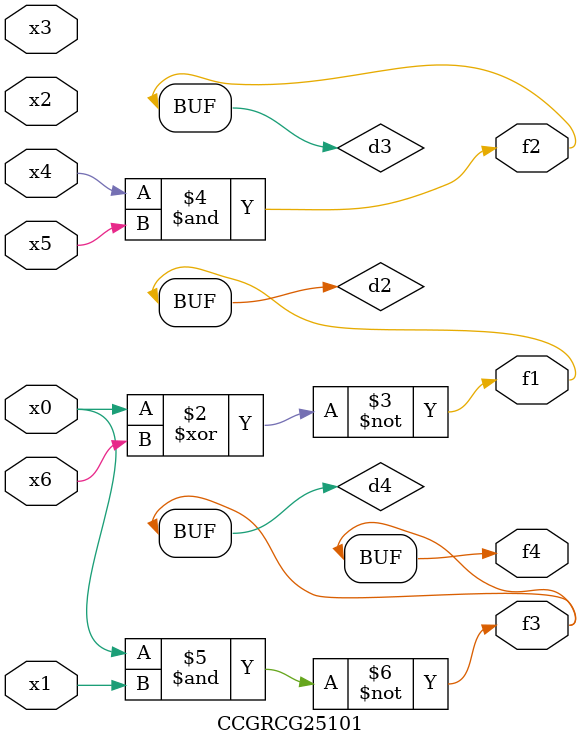
<source format=v>
module CCGRCG25101(
	input x0, x1, x2, x3, x4, x5, x6,
	output f1, f2, f3, f4
);

	wire d1, d2, d3, d4;

	nor (d1, x0);
	xnor (d2, x0, x6);
	and (d3, x4, x5);
	nand (d4, x0, x1);
	assign f1 = d2;
	assign f2 = d3;
	assign f3 = d4;
	assign f4 = d4;
endmodule

</source>
